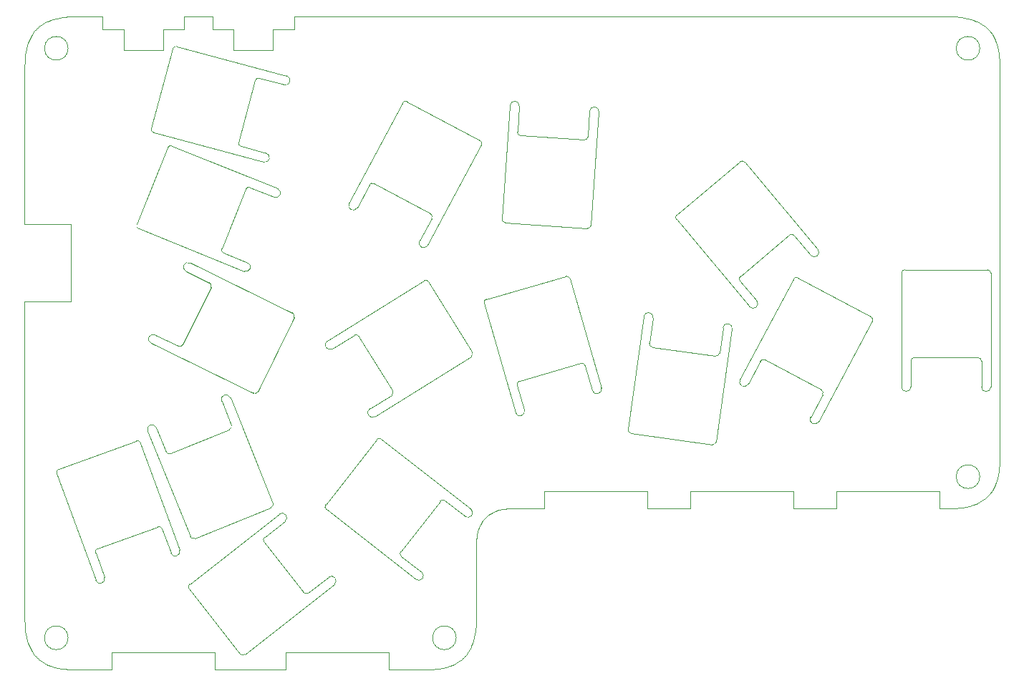
<source format=gm1>
G04 #@! TF.GenerationSoftware,KiCad,Pcbnew,(6.0.11-0)*
G04 #@! TF.CreationDate,2023-02-16T18:47:19+08:00*
G04 #@! TF.ProjectId,Right,52696768-742e-46b6-9963-61645f706362,rev?*
G04 #@! TF.SameCoordinates,Original*
G04 #@! TF.FileFunction,Profile,NP*
%FSLAX46Y46*%
G04 Gerber Fmt 4.6, Leading zero omitted, Abs format (unit mm)*
G04 Created by KiCad (PCBNEW (6.0.11-0)) date 2023-02-16 18:47:19*
%MOMM*%
%LPD*%
G01*
G04 APERTURE LIST*
G04 #@! TA.AperFunction,Profile*
%ADD10C,0.030000*%
G04 #@! TD*
G04 #@! TA.AperFunction,Profile*
%ADD11C,0.038100*%
G04 #@! TD*
G04 #@! TA.AperFunction,Profile*
%ADD12C,0.000100*%
G04 #@! TD*
G04 #@! TA.AperFunction,Profile*
%ADD13C,0.010000*%
G04 #@! TD*
G04 APERTURE END LIST*
D10*
X61391020Y-45876456D02*
X60858031Y-45924008D01*
X106432932Y-122644024D02*
X106782796Y-122508585D01*
X107863024Y-121857415D02*
X107929145Y-121798352D01*
D11*
X61670434Y-74929294D02*
X61670434Y-79501294D01*
D10*
X170586573Y-101869936D02*
X170276275Y-102306643D01*
D11*
X110570659Y-105194294D02*
X110485094Y-105289066D01*
D10*
X62173209Y-123054294D02*
X61391055Y-123032153D01*
D11*
X111020659Y-104794294D02*
X110845431Y-104928729D01*
D10*
X109560659Y-108404294D02*
X109560659Y-117054294D01*
X56552971Y-49072187D02*
X56583444Y-48982033D01*
X57675897Y-121676805D02*
X57613199Y-121614306D01*
X109538517Y-117836447D02*
X109490968Y-118369452D01*
D11*
X112399727Y-104174620D02*
X112240659Y-104214294D01*
D10*
X169970482Y-102626792D02*
X170033170Y-102564310D01*
X65407207Y-45854296D02*
X62173209Y-45854294D01*
X166996532Y-103909307D02*
X167594745Y-103799966D01*
D11*
X87031660Y-121054294D02*
X99231660Y-121054294D01*
D10*
X104979928Y-122971933D02*
X105084032Y-122959307D01*
X61391055Y-123032153D02*
X60858051Y-122984599D01*
X170927448Y-48632159D02*
X170853154Y-48464290D01*
X129839157Y-104004294D02*
X129839157Y-102004294D01*
D11*
X110660659Y-105104294D02*
X110750743Y-105014210D01*
D10*
X56522492Y-49162323D02*
X56552971Y-49072187D01*
X56793213Y-120444305D02*
X57059796Y-120919951D01*
X56268195Y-118577665D02*
X56377531Y-119175877D01*
X170158181Y-102438917D02*
X170095669Y-102501609D01*
X171268838Y-49732723D02*
X171123862Y-49162315D01*
D11*
X65407207Y-45854296D02*
X65407207Y-47354296D01*
D10*
X169775508Y-47051181D02*
X169841639Y-47110225D01*
X108674073Y-120919936D02*
X108363775Y-121356643D01*
X109356367Y-119175859D02*
X109211379Y-119746273D01*
X56377531Y-119175877D02*
X56522499Y-119746281D01*
X164395159Y-104004294D02*
X165473159Y-104004294D01*
X171123862Y-49162315D02*
X171093387Y-49072176D01*
X109465685Y-118577642D02*
X109356367Y-119175859D01*
X56583444Y-48982033D02*
X56718920Y-48632171D01*
X58951067Y-46400002D02*
X58783195Y-46474298D01*
X168863166Y-46474289D02*
X169338803Y-46740880D01*
X59391102Y-122674536D02*
X59300948Y-122644059D01*
X170276275Y-47551943D02*
X170217221Y-47485810D01*
X167594721Y-46058604D02*
X168165125Y-46203591D01*
D11*
X67907207Y-47354296D02*
X67907208Y-47604296D01*
D10*
X169338813Y-103117706D02*
X169775524Y-102807415D01*
X109478314Y-118473551D02*
X109465685Y-118577642D01*
X57550698Y-47356984D02*
X57613195Y-47294289D01*
X57550712Y-121551618D02*
X57613199Y-121614306D01*
D12*
X107210655Y-119304289D02*
G75*
G03*
X107210655Y-119304289I-1400003J0D01*
G01*
D10*
X166892412Y-45936649D02*
X166996504Y-45949287D01*
D11*
X152195159Y-102004294D02*
X164395159Y-102004294D01*
D12*
X61323210Y-119304296D02*
G75*
G03*
X61323210Y-119304296I-1400001J0D01*
G01*
D10*
X171268867Y-100125859D02*
X171123879Y-100696273D01*
X78702660Y-123054294D02*
X78702660Y-121054294D01*
X56583475Y-119926567D02*
X56718916Y-120276432D01*
X171062924Y-100876555D02*
X170927449Y-101226413D01*
X106252647Y-122705006D02*
X106342780Y-122674520D01*
X59481222Y-46203586D02*
X59391082Y-46234067D01*
D11*
X109847428Y-106433939D02*
X109895283Y-106305408D01*
X109560659Y-108404294D02*
X109560659Y-108284294D01*
D10*
X171390814Y-99423551D02*
X171378185Y-99527642D01*
X168345417Y-46264538D02*
X168695280Y-46400015D01*
D11*
X110057356Y-105936024D02*
X110140659Y-105784294D01*
D10*
X60649861Y-122959318D02*
X60051643Y-122849999D01*
X56552983Y-119836419D02*
X56583475Y-119926567D01*
X168695296Y-103458585D02*
X168863167Y-103384289D01*
D11*
X110845431Y-104928729D02*
X110750659Y-105014294D01*
X111990304Y-104291063D02*
X112240304Y-104214294D01*
D10*
X166996504Y-45949287D02*
X167594721Y-46058604D01*
D11*
X66502660Y-121054294D02*
X78702660Y-121054294D01*
D10*
X170217221Y-47485810D02*
X170158171Y-47419661D01*
D11*
X113840659Y-104004294D02*
X113960659Y-104004294D01*
D10*
X165473169Y-104004305D02*
X166255347Y-103982134D01*
X147117158Y-104004294D02*
X147117158Y-102004294D01*
X108183169Y-121551609D02*
X108120670Y-121614310D01*
X57870860Y-121857411D02*
X57804730Y-121798372D01*
X168165147Y-103655006D02*
X168255280Y-103624520D01*
X66502659Y-123054294D02*
X62173209Y-123054294D01*
D12*
X169123150Y-49604305D02*
G75*
G03*
X169123150Y-49604305I-1399998J0D01*
G01*
D10*
X171450991Y-51072115D02*
X171403444Y-50539125D01*
D11*
X147117158Y-104004294D02*
X152195158Y-104004294D01*
X111156071Y-104700619D02*
X111210659Y-104664294D01*
D10*
X99231660Y-123054294D02*
X99231660Y-121054294D01*
X62173200Y-45854289D02*
X61391020Y-45876456D01*
D11*
X109573320Y-107900735D02*
X109586001Y-107740733D01*
X110220659Y-105654294D02*
X110256984Y-105599706D01*
D10*
X57738569Y-47169280D02*
X57675883Y-47231798D01*
X108940663Y-120444303D02*
X108674073Y-120919936D01*
X57675883Y-47231798D02*
X57613195Y-47294289D01*
X166788337Y-103934578D02*
X166892428Y-103921933D01*
D11*
X113840659Y-104004294D02*
X113510659Y-104014294D01*
X110485094Y-105289066D02*
X110350659Y-105464294D01*
D10*
X166788322Y-45924003D02*
X166892412Y-45936649D01*
D11*
X109770659Y-106683939D02*
X109847428Y-106433939D01*
X72547207Y-47354296D02*
X75047207Y-47354296D01*
X112984923Y-104063551D02*
X112832752Y-104084787D01*
X109641152Y-107276387D02*
X109619916Y-107428558D01*
X112832752Y-104084787D02*
X112620659Y-104124294D01*
D10*
X56173209Y-51854294D02*
X56173209Y-70357294D01*
X57738589Y-121739316D02*
X57675897Y-121676805D01*
X66502660Y-123054294D02*
X66502660Y-121054294D01*
D11*
X111340659Y-104584294D02*
X111492389Y-104500991D01*
D10*
X109560659Y-117054294D02*
X109538517Y-117836447D01*
D11*
X110000247Y-106056451D02*
X110057356Y-105936024D01*
D10*
X105682245Y-122849966D02*
X106252647Y-122705006D01*
D11*
X112984923Y-104063551D02*
X113297098Y-104029636D01*
D12*
X61323212Y-49604298D02*
G75*
G03*
X61323212Y-49604298I-1400000J0D01*
G01*
D10*
X168345432Y-103594024D02*
X168695296Y-103458585D01*
X56268189Y-50330945D02*
X56377507Y-49732727D01*
X60753953Y-122971950D02*
X60649861Y-122959318D01*
X57870848Y-47051173D02*
X57804720Y-47110230D01*
X166255347Y-103982134D02*
X166788337Y-103934578D01*
X166255318Y-45876445D02*
X166788322Y-45924003D01*
D11*
X117639156Y-104004294D02*
X113960659Y-104004294D01*
D10*
X107426313Y-122167706D02*
X107863024Y-121857415D01*
D11*
X72547207Y-47354296D02*
X72547208Y-47604296D01*
D10*
X164395159Y-104004294D02*
X164395159Y-102004294D01*
D11*
X61670434Y-70357294D02*
X61670434Y-74929294D01*
X85547207Y-47354296D02*
X85547208Y-47604296D01*
D10*
X169775524Y-102807415D02*
X169841645Y-102748352D01*
X106950667Y-122434289D02*
X107426313Y-122167706D01*
X171403468Y-99319452D02*
X171390814Y-99423551D01*
X171390802Y-50435033D02*
X171378171Y-50330935D01*
X152195159Y-104004294D02*
X152195159Y-102004294D01*
X170927449Y-101226413D02*
X170853163Y-101394303D01*
X104342847Y-123032134D02*
X104875837Y-122984578D01*
X171473159Y-51854294D02*
X171450991Y-51072115D01*
X57059789Y-47988648D02*
X57370090Y-47551944D01*
D11*
X88047207Y-45854296D02*
X88047207Y-47354296D01*
D10*
X57429149Y-121422782D02*
X57488197Y-121488933D01*
X60051643Y-122849999D02*
X59481233Y-122705014D01*
X170217238Y-102372771D02*
X170158181Y-102438917D01*
X59391082Y-46234067D02*
X59300943Y-46264559D01*
X56793198Y-48464285D02*
X57059789Y-47988648D01*
X58307549Y-46740877D02*
X57870848Y-47051173D01*
X103560659Y-123054294D02*
X99231660Y-123054294D01*
D11*
X109895283Y-106305408D02*
X110000247Y-106056451D01*
D10*
X60649839Y-45949280D02*
X60051628Y-46058615D01*
X134917158Y-104004294D02*
X134917158Y-102004294D01*
X171123879Y-100696273D02*
X171093402Y-100786402D01*
X171093402Y-100786402D02*
X171062924Y-100876555D01*
X165473156Y-45854303D02*
X166255318Y-45876445D01*
D11*
X61670434Y-79501294D02*
X56173209Y-79501294D01*
D10*
X169841645Y-102748352D02*
X169907797Y-102689303D01*
X108304738Y-121422771D02*
X108245681Y-121488917D01*
X56718916Y-120276432D02*
X56793213Y-120444305D01*
X108363775Y-121356643D02*
X108304738Y-121422771D01*
X56195370Y-117836483D02*
X56242924Y-118369472D01*
X60051628Y-46058615D02*
X59481222Y-46203586D01*
X59481233Y-122705014D02*
X59391102Y-122674536D01*
D11*
X109680659Y-107064294D02*
X109730985Y-106843362D01*
D10*
X171378185Y-99527642D02*
X171268867Y-100125859D01*
X59300948Y-122644059D02*
X58951088Y-122508582D01*
D11*
X65407207Y-47354296D02*
X67907207Y-47354296D01*
D10*
X56718920Y-48632171D02*
X56793198Y-48464285D01*
D11*
X85547207Y-47354296D02*
X88047207Y-47354296D01*
D10*
X57370088Y-121356657D02*
X57429149Y-121422782D01*
X75047207Y-45854296D02*
X78407207Y-45854296D01*
X107929145Y-121798352D02*
X107995297Y-121739303D01*
X106782796Y-122508585D02*
X106950667Y-122434289D01*
X57488197Y-121488933D02*
X57550712Y-121551618D01*
D11*
X110570575Y-105194378D02*
X110660659Y-105104294D01*
X111340659Y-104584294D02*
X111210659Y-104664294D01*
X129839157Y-104004294D02*
X134917157Y-104004294D01*
D10*
X169970465Y-47231794D02*
X170033157Y-47294288D01*
X58951088Y-122508582D02*
X58783199Y-122434303D01*
X171093387Y-49072176D02*
X171062895Y-48982040D01*
X106342780Y-122674520D02*
X106432932Y-122644024D01*
X58783199Y-122434303D02*
X58307565Y-122167711D01*
X171473159Y-98004294D02*
X171451017Y-98786447D01*
X56195350Y-51072136D02*
X56242909Y-50539133D01*
D11*
X111492389Y-104500991D02*
X111612816Y-104443882D01*
X78407207Y-45854296D02*
X78407207Y-47354296D01*
X110220659Y-105654294D02*
X110140659Y-105784294D01*
X112399727Y-104174620D02*
X112620659Y-104124294D01*
D10*
X168165125Y-46203591D02*
X168255264Y-46234068D01*
X60753938Y-45936651D02*
X60649839Y-45949280D01*
X56255554Y-50435039D02*
X56268189Y-50330945D01*
X59300943Y-46264559D02*
X58951067Y-46400002D01*
X57488189Y-47419676D02*
X57550698Y-47356984D01*
X171403444Y-50539125D02*
X171390802Y-50435033D01*
X57370090Y-47551944D02*
X57429131Y-47485813D01*
X57804730Y-121798372D02*
X57738589Y-121739316D01*
X166892428Y-103921933D02*
X166996532Y-103909307D01*
D11*
X109586001Y-107740733D02*
X109619916Y-107428558D01*
X75047207Y-45854296D02*
X75047207Y-47354296D01*
D10*
X170276275Y-102306643D02*
X170217238Y-102372771D01*
X169907797Y-102689303D02*
X169970482Y-102626792D01*
X171062895Y-48982040D02*
X170927448Y-48632159D01*
D11*
X61670434Y-70357294D02*
X56173209Y-70357294D01*
D10*
X171473159Y-98004294D02*
X171473159Y-51854294D01*
X57804720Y-47110230D02*
X57738569Y-47169280D01*
X170095669Y-102501609D02*
X170033170Y-102564310D01*
X169338803Y-46740880D02*
X169775508Y-47051181D01*
X104875837Y-122984578D02*
X104979928Y-122971933D01*
X58307565Y-122167711D02*
X57870860Y-121857411D01*
X167594745Y-103799966D02*
X168165147Y-103655006D01*
D11*
X109680659Y-107064294D02*
X109641152Y-107276387D01*
D10*
X56255568Y-118473564D02*
X56268195Y-118577665D01*
D12*
X169123155Y-100254289D02*
G75*
G03*
X169123155Y-100254289I-1400003J0D01*
G01*
D10*
X56173209Y-51854294D02*
X56195350Y-51072136D01*
X56242924Y-118369472D02*
X56255568Y-118473564D01*
X105084032Y-122959307D02*
X105682245Y-122849966D01*
X107995297Y-121739303D02*
X108057982Y-121676792D01*
X170095650Y-47356977D02*
X170033157Y-47294288D01*
X168255280Y-103624520D02*
X168345432Y-103594024D01*
X108245681Y-121488917D02*
X108183169Y-121551609D01*
X58783195Y-46474298D02*
X58307549Y-46740877D01*
D11*
X109570659Y-107954294D02*
X109560659Y-108284294D01*
D10*
X109180902Y-119836402D02*
X109150424Y-119926555D01*
D11*
X134917158Y-102004294D02*
X147117158Y-102004294D01*
D10*
X87031660Y-123054294D02*
X87031660Y-121054294D01*
D11*
X111861773Y-104338918D02*
X111990304Y-104291063D01*
D10*
X171451017Y-98786447D02*
X171403468Y-99319452D01*
X56522499Y-119746281D02*
X56552983Y-119836419D01*
X170586578Y-47988639D02*
X170276275Y-47551943D01*
X170853154Y-48464290D02*
X170586578Y-47988639D01*
X170158171Y-47419661D02*
X170095650Y-47356977D01*
X168695280Y-46400015D02*
X168863166Y-46474289D01*
X171378171Y-50330935D02*
X171268838Y-49732723D01*
X88047207Y-45854296D02*
X165473159Y-45854294D01*
D11*
X78407207Y-47354296D02*
X80907207Y-47354296D01*
D10*
X57429131Y-47485813D02*
X57488189Y-47419676D01*
X169841639Y-47110225D02*
X169907773Y-47169285D01*
D11*
X117639157Y-102004294D02*
X129839157Y-102004294D01*
D10*
X168255264Y-46234068D02*
X168345417Y-46264538D01*
X56173209Y-117054294D02*
X56173209Y-79501294D01*
D11*
X113297098Y-104029636D02*
X113457100Y-104016955D01*
D10*
X60858051Y-122984599D02*
X60753953Y-122971950D01*
X168863167Y-103384289D02*
X169338813Y-103117706D01*
X170853163Y-101394303D02*
X170586573Y-101869936D01*
X56377507Y-49732727D02*
X56522492Y-49162323D01*
D11*
X109770659Y-106684294D02*
X109730985Y-106843362D01*
D10*
X109490968Y-118369452D02*
X109478314Y-118473551D01*
X109014949Y-120276413D02*
X108940663Y-120444303D01*
X57059796Y-120919951D02*
X57370088Y-121356657D01*
D11*
X111020659Y-104794294D02*
X111156071Y-104700619D01*
D10*
X60858031Y-45924008D02*
X60753938Y-45936651D01*
X117639157Y-104004294D02*
X117639157Y-102004294D01*
D11*
X111612816Y-104443882D02*
X111861773Y-104338918D01*
D10*
X56173200Y-117054304D02*
X56195370Y-117836483D01*
X56242909Y-50539133D02*
X56255554Y-50435039D01*
X108057982Y-121676792D02*
X108120670Y-121614310D01*
D11*
X113457100Y-104016955D02*
X113510659Y-104014294D01*
D10*
X103560669Y-123054305D02*
X104342847Y-123032134D01*
D11*
X109570659Y-107954294D02*
X109573320Y-107900735D01*
X78702660Y-123054294D02*
X87031660Y-123054294D01*
X110256984Y-105599706D02*
X110350659Y-105464294D01*
D10*
X109150424Y-119926555D02*
X109014949Y-120276413D01*
X169907773Y-47169285D02*
X169970465Y-47231794D01*
D11*
X80907207Y-47354296D02*
X80907208Y-47604296D01*
D10*
X109211379Y-119746273D02*
X109180902Y-119836402D01*
D13*
X72547208Y-49854296D02*
X72547208Y-47604296D01*
X67907208Y-49854296D02*
X67907208Y-47604296D01*
X72547208Y-49854296D02*
X67907208Y-49854296D01*
X59985115Y-99870425D02*
X64585285Y-112509290D01*
X72422220Y-106411139D02*
X73465381Y-109277200D01*
X74499043Y-108900978D02*
X69898872Y-96262112D01*
X69386187Y-96023043D02*
X60224183Y-99357739D01*
X65618947Y-112133068D02*
X64575788Y-109267005D01*
X71909535Y-106172070D02*
X64814857Y-108754320D01*
X60224184Y-99357741D02*
G75*
G03*
X59985115Y-99870425I136810J-375877D01*
G01*
X69898872Y-96262112D02*
G75*
G03*
X69386187Y-96023043I-375877J-136808D01*
G01*
X64814858Y-108754322D02*
G75*
G03*
X64575788Y-109267005I136805J-375876D01*
G01*
X72422219Y-106411140D02*
G75*
G03*
X71909535Y-106172070I-375877J-136806D01*
G01*
X64585285Y-112509290D02*
G75*
G03*
X65618947Y-112133068I516831J188111D01*
G01*
X73465381Y-109277200D02*
G75*
G03*
X74499043Y-108900978I516831J188111D01*
G01*
X170416859Y-89631942D02*
X170416859Y-76181942D01*
X170016859Y-75781942D02*
X160266859Y-75781942D01*
X160966859Y-89631942D02*
X160966861Y-86581942D01*
X168916859Y-86181944D02*
X161366861Y-86181942D01*
X159866859Y-76181942D02*
X159866859Y-89631942D01*
X169316859Y-86581944D02*
X169316859Y-89631942D01*
X161366861Y-86181944D02*
G75*
G03*
X160966861Y-86581942I-2J-399998D01*
G01*
X159866859Y-89631942D02*
G75*
G03*
X160966859Y-89631942I550000J0D01*
G01*
X169316857Y-86581944D02*
G75*
G03*
X168916859Y-86181944I-399998J2D01*
G01*
X170416859Y-76181942D02*
G75*
G03*
X170016859Y-75781942I-400000J0D01*
G01*
X169316859Y-89631942D02*
G75*
G03*
X170416859Y-89631942I550000J0D01*
G01*
X160266859Y-75781942D02*
G75*
G03*
X159866859Y-76181942I2J-400002D01*
G01*
X122461462Y-87129837D02*
X123302156Y-90061684D01*
X121966703Y-86855588D02*
X114709178Y-88936647D01*
X120157461Y-76555263D02*
X110785160Y-79242727D01*
X110510910Y-79737487D02*
X114218233Y-92666457D01*
X124359543Y-89758483D02*
X120652221Y-76829513D01*
X115275620Y-92363256D02*
X114434928Y-89431407D01*
X114709178Y-88936649D02*
G75*
G03*
X114434928Y-89431407I110253J-384503D01*
G01*
X122461459Y-87129838D02*
G75*
G03*
X121966703Y-86855588I-384502J-110252D01*
G01*
X123302157Y-90061684D02*
G75*
G03*
X124359543Y-89758483I528693J151601D01*
G01*
X110785160Y-79242727D02*
G75*
G03*
X110510910Y-79737487I110257J-384506D01*
G01*
X114218234Y-92666457D02*
G75*
G03*
X115275620Y-92363256I528693J151601D01*
G01*
X120652221Y-76829513D02*
G75*
G03*
X120157461Y-76555263I-384505J-110255D01*
G01*
X82188280Y-121266116D02*
X92787025Y-112985469D01*
X86291797Y-104671956D02*
X75693052Y-112952602D01*
X84496653Y-107978003D02*
X89144895Y-113927483D01*
X92109797Y-112118657D02*
X89706363Y-113996423D01*
X84565593Y-107416534D02*
X86969024Y-105538767D01*
X75624112Y-113514071D02*
X81626812Y-121197176D01*
X89144896Y-113927482D02*
G75*
G03*
X89706363Y-113996423I315204J246262D01*
G01*
X75693053Y-112952603D02*
G75*
G03*
X75624112Y-113514071I246263J-315204D01*
G01*
X81626811Y-121197176D02*
G75*
G03*
X82188280Y-121266116I315205J246267D01*
G01*
X84565593Y-107416534D02*
G75*
G03*
X84496653Y-107978003I246263J-315205D01*
G01*
X92787025Y-112985469D02*
G75*
G03*
X92109797Y-112118657I-338614J433406D01*
G01*
X86969023Y-105538766D02*
G75*
G03*
X86291797Y-104671956I-338613J433405D01*
G01*
X130396800Y-84940611D02*
X137873322Y-85991369D01*
X130056363Y-84488834D02*
X130480840Y-81468519D01*
X138749579Y-82630614D02*
X138325099Y-85650931D01*
X137966995Y-96102810D02*
X139838873Y-82783704D01*
X127860105Y-95086310D02*
X137515219Y-96443248D01*
X129391545Y-81315428D02*
X127519667Y-94634534D01*
X130480841Y-81468519D02*
G75*
G03*
X129391545Y-81315428I-544648J76546D01*
G01*
X139838873Y-82783704D02*
G75*
G03*
X138749579Y-82630614I-544647J76545D01*
G01*
X130056364Y-84488834D02*
G75*
G03*
X130396800Y-84940611I396105J-55672D01*
G01*
X127519667Y-94634534D02*
G75*
G03*
X127860105Y-95086310I396107J-55669D01*
G01*
X137515219Y-96443249D02*
G75*
G03*
X137966995Y-96102810I55667J396110D01*
G01*
X137873322Y-85991368D02*
G75*
G03*
X138325099Y-85650931I55671J396106D01*
G01*
X74362636Y-84819040D02*
X71621316Y-83482009D01*
X87852703Y-80884497D02*
X75763923Y-74988405D01*
X75281715Y-75977078D02*
X78023036Y-77314112D01*
X74897502Y-84634871D02*
X78207205Y-77848978D01*
X71139108Y-84470682D02*
X83227888Y-90366774D01*
X83762754Y-90182605D02*
X88036873Y-81419363D01*
X83227888Y-90366775D02*
G75*
G03*
X83762754Y-90182605I175348J359518D01*
G01*
X71621315Y-83482010D02*
G75*
G03*
X71139108Y-84470682I-241103J-494336D01*
G01*
X88036873Y-81419363D02*
G75*
G03*
X87852703Y-80884497I-359521J175347D01*
G01*
X74362637Y-84819038D02*
G75*
G03*
X74897502Y-84634871I175349J359515D01*
G01*
X75763922Y-74988406D02*
G75*
G03*
X75281715Y-75977078I-241103J-494336D01*
G01*
X78207204Y-77848977D02*
G75*
G03*
X78023036Y-77314112I-359515J175349D01*
G01*
X150539231Y-90524435D02*
X149107343Y-93217424D01*
X150078586Y-93733842D02*
X156392978Y-81858197D01*
X150373840Y-89983468D02*
X143707589Y-86438956D01*
X147077881Y-76905272D02*
X140763489Y-88780917D01*
X141734731Y-89297336D02*
X143166621Y-86604347D01*
X156227588Y-81317230D02*
X147618849Y-76739882D01*
X156392978Y-81858197D02*
G75*
G03*
X156227588Y-81317230I-353179J187788D01*
G01*
X143707588Y-86438959D02*
G75*
G03*
X143166621Y-86604347I-187790J-353176D01*
G01*
X149107343Y-93217424D02*
G75*
G03*
X150078586Y-93733842I485622J-258209D01*
G01*
X140763489Y-88780917D02*
G75*
G03*
X141734731Y-89297336I485621J-258210D01*
G01*
X147618849Y-76739882D02*
G75*
G03*
X147077881Y-76905272I-187788J-353182D01*
G01*
X150539229Y-90524434D02*
G75*
G03*
X150373840Y-89983468I-353176J187789D01*
G01*
X123147669Y-70523016D02*
X124085894Y-57105780D01*
X114817279Y-59916078D02*
X122348886Y-60442741D01*
X113561593Y-56369849D02*
X112623368Y-69787086D01*
X122988573Y-57029048D02*
X122775814Y-60071618D01*
X114446156Y-59489150D02*
X114658913Y-56446581D01*
X112994491Y-70214014D02*
X122720741Y-70894140D01*
X122720741Y-70894139D02*
G75*
G03*
X123147669Y-70523016I27901J399027D01*
G01*
X122348886Y-60442740D02*
G75*
G03*
X122775814Y-60071618I27904J399024D01*
G01*
X112623368Y-69787086D02*
G75*
G03*
X112994491Y-70214014I399026J-27902D01*
G01*
X124085893Y-57105780D02*
G75*
G03*
X122988573Y-57029048I-548660J38366D01*
G01*
X114446158Y-59489150D02*
G75*
G03*
X114817279Y-59916078I399024J-27904D01*
G01*
X114658913Y-56446581D02*
G75*
G03*
X113561593Y-56369849I-548660J38366D01*
G01*
X80907208Y-49854296D02*
X80907208Y-47604296D01*
X85547208Y-49854296D02*
X80907208Y-49854296D01*
X85547208Y-49854296D02*
X85547208Y-47604296D01*
X133243233Y-69838396D02*
X141888726Y-80141694D01*
X146603812Y-71681615D02*
X140820177Y-76534658D01*
X149970495Y-73360285D02*
X141325002Y-63056987D01*
X147167345Y-71730917D02*
X149127846Y-74067351D01*
X142731375Y-79434628D02*
X140770874Y-77098191D01*
X140761469Y-63007684D02*
X133292535Y-69274864D01*
X140820178Y-76534659D02*
G75*
G03*
X140770874Y-77098191I257112J-306418D01*
G01*
X141888726Y-80141694D02*
G75*
G03*
X142731375Y-79434628I421324J353533D01*
G01*
X133292536Y-69274865D02*
G75*
G03*
X133243233Y-69838396I257117J-306417D01*
G01*
X141325002Y-63056987D02*
G75*
G03*
X140761469Y-63007684I-306418J-257115D01*
G01*
X147167343Y-71730918D02*
G75*
G03*
X146603812Y-71681615I-306417J-257113D01*
G01*
X149127846Y-74067351D02*
G75*
G03*
X149970495Y-73360285I421324J353533D01*
G01*
X97780816Y-95875961D02*
X91778116Y-103559066D01*
X108941029Y-104087668D02*
X98342284Y-95807021D01*
X91847056Y-104120534D02*
X102445800Y-112401181D01*
X105298901Y-103145653D02*
X100650657Y-109095131D01*
X103123028Y-111534369D02*
X100719597Y-109656600D01*
X105860370Y-103076713D02*
X108263801Y-104954480D01*
X91778117Y-103559066D02*
G75*
G03*
X91847056Y-104120534I315206J-246264D01*
G01*
X102445800Y-112401181D02*
G75*
G03*
X103123028Y-111534369I338614J433406D01*
G01*
X105860369Y-103076714D02*
G75*
G03*
X105298901Y-103145653I-246265J-315202D01*
G01*
X100650660Y-109095133D02*
G75*
G03*
X100719597Y-109656600I315200J-246265D01*
G01*
X108263801Y-104954480D02*
G75*
G03*
X108941029Y-104087668I338614J433406D01*
G01*
X98342284Y-95807021D02*
G75*
G03*
X97780816Y-95875961I-246264J-315204D01*
G01*
X97568808Y-93150696D02*
X108975055Y-86023282D01*
X99699693Y-90050403D02*
X95698806Y-83647641D01*
X103384407Y-77076374D02*
X91978160Y-84203788D01*
X109102306Y-85472095D02*
X103935593Y-77203626D01*
X92561071Y-85136641D02*
X95147619Y-83520389D01*
X99572442Y-90601590D02*
X96985897Y-92217843D01*
X95698804Y-83647642D02*
G75*
G03*
X95147619Y-83520389I-339219J-211965D01*
G01*
X99572441Y-90601589D02*
G75*
G03*
X99699693Y-90050403I-211965J339219D01*
G01*
X96985896Y-92217842D02*
G75*
G03*
X97568808Y-93150696I291456J-466427D01*
G01*
X108975054Y-86023280D02*
G75*
G03*
X109102306Y-85472095I-211967J339218D01*
G01*
X91978160Y-84203788D02*
G75*
G03*
X92561071Y-85136641I291455J-466427D01*
G01*
X103935594Y-77203625D02*
G75*
G03*
X103384407Y-77076374I-339220J-211971D01*
G01*
X82843262Y-66064380D02*
X85671171Y-67206929D01*
X82322546Y-66285411D02*
X79494265Y-73285646D01*
X69660515Y-70930358D02*
X82131138Y-75968817D01*
X86083238Y-66187027D02*
X73612615Y-61148568D01*
X82543206Y-74948915D02*
X79715296Y-73806363D01*
X73091899Y-61369599D02*
X69439485Y-70409642D01*
X79494266Y-73285647D02*
G75*
G03*
X79715296Y-73806363I370871J-149844D01*
G01*
X69439484Y-70409642D02*
G75*
G03*
X69660515Y-70930358I370877J-149841D01*
G01*
X73612615Y-61148569D02*
G75*
G03*
X73091899Y-61369599I-149843J-370873D01*
G01*
X82843261Y-66064383D02*
G75*
G03*
X82322546Y-66285411I-149844J-370870D01*
G01*
X85671171Y-67206929D02*
G75*
G03*
X86083238Y-66187027I206033J509951D01*
G01*
X82131138Y-75968817D02*
G75*
G03*
X82543206Y-74948915I206034J509951D01*
G01*
X70717257Y-94863128D02*
X75755716Y-107333750D01*
X79479145Y-91323095D02*
X80621693Y-94151007D01*
X73400425Y-97500000D02*
X80400662Y-94671723D01*
X76276432Y-107554781D02*
X85316475Y-103902367D01*
X72879709Y-97278969D02*
X71737159Y-94451060D01*
X85537505Y-103381651D02*
X80499047Y-90911028D01*
X85316475Y-103902366D02*
G75*
G03*
X85537505Y-103381651I-149846J370874D01*
G01*
X80499047Y-90911028D02*
G75*
G03*
X79479145Y-91323095I-509951J-206034D01*
G01*
X71737159Y-94451060D02*
G75*
G03*
X70717257Y-94863128I-509951J-206034D01*
G01*
X75755715Y-107333750D02*
G75*
G03*
X76276432Y-107554781I370874J149842D01*
G01*
X80400661Y-94671721D02*
G75*
G03*
X80621693Y-94151007I-149840J370872D01*
G01*
X72879711Y-97278968D02*
G75*
G03*
X73400425Y-97500000I370872J149840D01*
G01*
X104151313Y-69140679D02*
X97485062Y-65596167D01*
X104316704Y-69681646D02*
X102884816Y-72374635D01*
X100855354Y-56062483D02*
X94540962Y-67938128D01*
X110005061Y-60474441D02*
X101396322Y-55897093D01*
X103856059Y-72891053D02*
X110170451Y-61015408D01*
X95512204Y-68454547D02*
X96944094Y-65761558D01*
X104316702Y-69681645D02*
G75*
G03*
X104151313Y-69140679I-353176J187789D01*
G01*
X101396322Y-55897093D02*
G75*
G03*
X100855354Y-56062483I-187788J-353182D01*
G01*
X102884816Y-72374635D02*
G75*
G03*
X103856059Y-72891053I485622J-258209D01*
G01*
X110170451Y-61015408D02*
G75*
G03*
X110005061Y-60474441I-353179J187788D01*
G01*
X97485061Y-65596170D02*
G75*
G03*
X96944094Y-65761558I-187790J-353176D01*
G01*
X94540962Y-67938128D02*
G75*
G03*
X95512204Y-68454547I485621J-258210D01*
G01*
X71448264Y-59572145D02*
X84439967Y-63053261D01*
X83939735Y-53135865D02*
X86885807Y-53925262D01*
X83449837Y-53418707D02*
X81495752Y-60711445D01*
X73688907Y-49664470D02*
X71165422Y-59082247D01*
X87170508Y-52862744D02*
X74178805Y-49381628D01*
X84724668Y-61990743D02*
X81778594Y-61201343D01*
X84439967Y-63053261D02*
G75*
G03*
X84724668Y-61990743I142350J531259D01*
G01*
X81495753Y-60711445D02*
G75*
G03*
X81778594Y-61201343I386369J-103529D01*
G01*
X74178805Y-49381627D02*
G75*
G03*
X73688907Y-49664470I-103527J-386371D01*
G01*
X71165421Y-59082247D02*
G75*
G03*
X71448264Y-59572145I386373J-103526D01*
G01*
X83939735Y-53135866D02*
G75*
G03*
X83449837Y-53418707I-103530J-386368D01*
G01*
X86885807Y-53925262D02*
G75*
G03*
X87170508Y-52862744I142350J531259D01*
G01*
M02*

</source>
